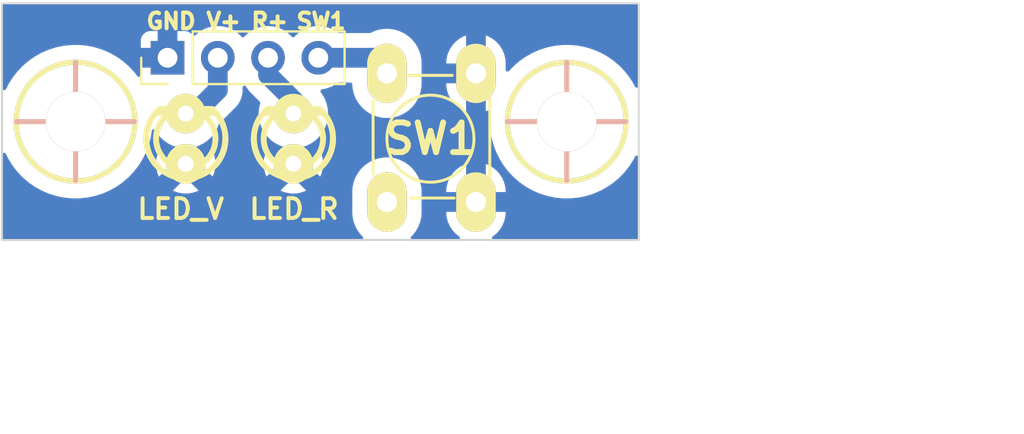
<source format=kicad_pcb>
(kicad_pcb (version 20221018) (generator pcbnew)
  (layers (0 "F.Cu" signal) (31 "B.Cu" signal) (34 "B.Paste" user) (35 "F.Paste" user) (36 "B.SilkS" user "B.Silkscreen") (37 "F.SilkS" user "F.Silkscreen") (38 "B.Mask" user) (39 "F.Mask" user) (44 "Edge.Cuts" user))
  (net 0 "")
  (net 1 "/LED_V+")
  (net 2 "/LED_R+")
  (net 3 "/SW1")
  (net 4 "/GND")
  (footprint "EESTN5:led_3mm_green" (layer "F.Cu") (at 189.23 99.14 180)
    (fp_text reference "D1" hide)
    (fp_text value "LED_V" (at 0.254 -3.556) (layer "F.SilkS") (effects (font (thickness 0.2))))
    (fp_line (start -1.50114 1.30048) (end 1.50114 1.30048) (stroke (width 0.29972)) (layer "F.SilkS"))
    (fp_line (start -1.30048 1.50114) (end 1.30048 1.50114) (stroke (width 0.29972)) (layer "F.SilkS"))
    (fp_arc (start -1.99898 0) (mid -1.413492 -1.413492) (end 0 -1.99898) (stroke (width 0.29972)) (layer "F.SilkS"))
    (fp_arc (start -1.33096 1.50114) (mid -2.002597 0.120335) (end -1.50114 -1.33096) (stroke (width 0.29972)) (layer "F.SilkS"))
    (fp_arc (start 0 -1.99898) (mid 1.413492 -1.413492) (end 1.99898 0) (stroke (width 0.29972)) (layer "F.SilkS"))
    (fp_arc (start 1.50876 -1.31064) (mid 1.993617 0.140092) (end 1.31064 1.50876) (stroke (width 0.29972)) (layer "F.SilkS"))
    (fp_circle (center 0 0) (end -1.50114 0) (stroke (width 0.29972)) (fill none) (layer "F.SilkS"))
    (pad "1" thru_hole circle (at 0 -1.27 180) (size 1.99898 1.99898) (drill 0.8001) (layers "*.Cu" "*.Mask" "F.SilkS") (net 4 "/GND"))
    (pad "2" thru_hole circle (at 0 1.27 180) (size 1.99898 1.99898) (drill 0.8001) (layers "*.Cu" "*.Mask" "F.SilkS") (net 1 "/LED_V+"))
  )
  (footprint "Connector_PinHeader_2.54mm:PinHeader_1x04_P2.54mm_Vertical" (layer "F.Cu") (at 188.31 95.05 90)
    (fp_text reference "J1" hide)
    (fp_text value "Screw_Terminal_01x04" hide)
    (fp_line (start -1.33 -1.33) (end 0 -1.33) (stroke (width 0.12)) (layer "F.SilkS"))
    (fp_line (start -1.33 0) (end -1.33 -1.33) (stroke (width 0.12)) (layer "F.SilkS"))
    (fp_line (start -1.33 1.27) (end -1.33 8.95) (stroke (width 0.12)) (layer "F.SilkS"))
    (fp_line (start -1.33 1.27) (end 1.33 1.27) (stroke (width 0.12)) (layer "F.SilkS"))
    (fp_line (start -1.33 8.95) (end 1.33 8.95) (stroke (width 0.12)) (layer "F.SilkS"))
    (fp_line (start 1.33 1.27) (end 1.33 8.95) (stroke (width 0.12)) (layer "F.SilkS"))
    (pad "1" thru_hole rect (at 0 0 90) (size 1.7 1.7) (drill 1) (layers "*.Cu" "*.Mask") (net 4 "/GND"))
    (pad "2" thru_hole oval (at 0 2.54 90) (size 1.7 1.7) (drill 1) (layers "*.Cu" "*.Mask") (net 1 "/LED_V+"))
    (pad "3" thru_hole oval (at 0 5.08 90) (size 1.7 1.7) (drill 1) (layers "*.Cu" "*.Mask") (net 2 "/LED_R+"))
    (pad "4" thru_hole oval (at 0 7.62 90) (size 1.7 1.7) (drill 1) (layers "*.Cu" "*.Mask") (net 3 "/SW1"))
  )
  (footprint "EESTN5:Pulsador_TH_4" (layer "F.Cu") (at 201.65 99.09 180)
    (fp_text reference "SW1" (at 0.05 -0.05 180) (layer "F.SilkS") (effects (font (size 1.5 1.5) (thickness 0.3))))
    (fp_text value "SW_MEC_5E" hide)
    (fp_line (start -2.95 -1.95) (end -2.95 1.95) (stroke (width 0.15)) (layer "F.SilkS"))
    (fp_line (start -1.15 -3.05) (end 1.05 -3.05) (stroke (width 0.15)) (layer "F.SilkS"))
    (fp_line (start -1.05 3.15) (end 1.15 3.15) (stroke (width 0.15)) (layer "F.SilkS"))
    (fp_line (start 2.95 -1.85) (end 2.95 1.85) (stroke (width 0.15)) (layer "F.SilkS"))
    (fp_circle (center 0.05 -0.05) (end 0.05 2.15) (stroke (width 0.15)) (fill none) (layer "F.SilkS"))
    (pad "1" thru_hole oval (at 2.25 -3.25 180) (size 2 3) (drill 1.016) (layers "*.Cu" "*.Mask" "F.SilkS"))
    (pad "2" thru_hole oval (at 2.25 3.25 180) (size 2 3) (drill 1.016) (layers "*.Cu" "*.Mask" "F.SilkS") (net 3 "/SW1"))
    (pad "3" thru_hole oval (at -2.25 -3.25 180) (size 2 3) (drill 1.016) (layers "*.Cu" "*.Mask" "F.SilkS") (net 4 "/GND"))
    (pad "4" thru_hole oval (at -2.25 3.25 180) (size 2 3) (drill 1.016) (layers "*.Cu" "*.Mask" "F.SilkS") (net 4 "/GND"))
  )
  (footprint "EESTN5:led_3mm_red" (layer "F.Cu") (at 194.67 99.14 180)
    (fp_text reference "D2" hide)
    (fp_text value "LED_R" (at -0.038034 -3.556) (layer "F.SilkS") (effects (font (thickness 0.2))))
    (fp_line (start -1.50114 1.30048) (end 1.50114 1.30048) (stroke (width 0.29972)) (layer "F.SilkS"))
    (fp_line (start -1.30048 1.50114) (end 1.30048 1.50114) (stroke (width 0.29972)) (layer "F.SilkS"))
    (fp_arc (start -1.99898 0) (mid -1.413492 -1.413492) (end 0 -1.99898) (stroke (width 0.29972)) (layer "F.SilkS"))
    (fp_arc (start -1.33096 1.50114) (mid -2.002597 0.120335) (end -1.50114 -1.33096) (stroke (width 0.29972)) (layer "F.SilkS"))
    (fp_arc (start 0 -1.99898) (mid 1.413492 -1.413492) (end 1.99898 0) (stroke (width 0.29972)) (layer "F.SilkS"))
    (fp_arc (start 1.50876 -1.31064) (mid 1.993617 0.140092) (end 1.31064 1.50876) (stroke (width 0.29972)) (layer "F.SilkS"))
    (fp_circle (center 0 0) (end -1.50114 0) (stroke (width 0.29972)) (fill none) (layer "F.SilkS"))
    (pad "1" thru_hole circle (at 0 -1.27 180) (size 1.99898 1.99898) (drill 0.8001) (layers "*.Cu" "*.Mask" "F.SilkS") (net 4 "/GND"))
    (pad "2" thru_hole circle (at 0 1.27 180) (size 1.99898 1.99898) (drill 0.8001) (layers "*.Cu" "*.Mask" "F.SilkS") (net 2 "/LED_R+"))
  )
  (footprint "EESTN5:hole_3mm" (layer "B.Cu") (at 208.49 98.28 180)
    (fp_text reference "hole_3mm" hide)
    (fp_text value "VAL**" hide)
    (fp_circle (center 0 0) (end 3 0) (stroke (width 0.254)) (fill none) (layer "B.Cu"))
    (fp_line (start -3 0) (end 3 0) (stroke (width 0.254)) (layer "B.SilkS"))
    (fp_line (start 0 3) (end 0 -3) (stroke (width 0.254)) (layer "B.SilkS"))
    (fp_line (start -3 0) (end 3 0) (stroke (width 0.254)) (layer "F.SilkS"))
    (fp_line (start 0 3) (end 0 -3) (stroke (width 0.254)) (layer "F.SilkS"))
    (fp_circle (center 0 0) (end 3 0) (stroke (width 0.254)) (fill none) (layer "F.SilkS"))
    (pad "1" thru_hole circle (at 0 0 180) (size 3 3) (drill 3) (layers "*.Cu" "B.SilkS"))
  )
  (footprint "EESTN5:hole_3mm" (layer "B.Cu") (at 183.66 98.28 180)
    (fp_text reference "hole_3mm" hide)
    (fp_text value "VAL**" hide)
    (fp_circle (center 0 0) (end 3 0) (stroke (width 0.254)) (fill none) (layer "B.Cu"))
    (fp_line (start -3 0) (end 3 0) (stroke (width 0.254)) (layer "B.SilkS"))
    (fp_line (start 0 3) (end 0 -3) (stroke (width 0.254)) (layer "B.SilkS"))
    (fp_line (start -3 0) (end 3 0) (stroke (width 0.254)) (layer "F.SilkS"))
    (fp_line (start 0 3) (end 0 -3) (stroke (width 0.254)) (layer "F.SilkS"))
    (fp_circle (center 0 0) (end 3 0) (stroke (width 0.254)) (fill none) (layer "F.SilkS"))
    (pad "1" thru_hole circle (at 0 0 180) (size 3 3) (drill 3) (layers "*.Cu" "B.SilkS"))
  )
  (gr_rect (start 179.94 92.3) (end 212.13 104.26) (stroke (width 0.1)) (fill none) (layer "Edge.Cuts"))
  (gr_text "V+\n" (at 190.174603 93.67) (layer "F.SilkS") (effects (font (size 0.8 0.8) (thickness 0.2) bold) (justify left bottom)))
  (gr_text "R+\n" (at 192.447301 93.67) (layer "F.SilkS") (effects (font (size 0.8 0.8) (thickness 0.2) bold) (justify left bottom)))
  (gr_text "SW1\n" (at 194.72 93.67) (layer "F.SilkS") (effects (font (size 0.8 0.8) (thickness 0.2) bold) (justify left bottom)))
  (gr_text "GND\n" (at 187.14 93.67) (layer "F.SilkS") (effects (font (size 0.8 0.8) (thickness 0.2) bold) (justify left bottom)))
  (segment (start 190.85 96.678) (end 190.85 95.05) (width 1) (layer "B.Cu") (net 1))
  (segment (start 189.23 98.298) (end 190.85 96.678) (width 1) (layer "B.Cu") (net 1))
  (segment (start 194.675 97.2) (end 193.39 95.915) (width 1) (layer "B.Cu") (net 2))
  (segment (start 193.39 95.915) (end 193.39 95.05) (width 1) (layer "B.Cu") (net 2))
  (segment (start 194.675 98.305) (end 194.675 97.2) (width 1) (layer "B.Cu") (net 2))
  (segment (start 195.93 95.05) (end 199.2 95.05) (width 1) (layer "B.Cu") (net 3))
  (segment (start 199.2 95.05) (end 199.36 95.21) (width 1) (layer "B.Cu") (net 3))
  (zone (net 4) (net_name "/GND") (layer "B.Cu") (connect_pads (clearance 0.75)) (min_thickness 0.2) (fill yes (thermal_gap 0.5) (thermal_bridge_width 1))
    (polygon (pts (xy 179.97 92.295) (xy 179.94 104.245) (xy 212.13 104.265) (xy 212.19 92.305)))
  )
)
</source>
